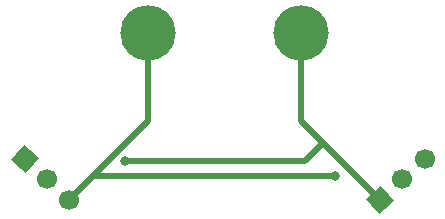
<source format=gbl>
%TF.GenerationSoftware,KiCad,Pcbnew,7.0.2*%
%TF.CreationDate,2023-10-29T21:04:39-05:00*%
%TF.ProjectId,Kraken_CAN,4b72616b-656e-45f4-9341-4e2e6b696361,rev?*%
%TF.SameCoordinates,Original*%
%TF.FileFunction,Copper,L2,Bot*%
%TF.FilePolarity,Positive*%
%FSLAX46Y46*%
G04 Gerber Fmt 4.6, Leading zero omitted, Abs format (unit mm)*
G04 Created by KiCad (PCBNEW 7.0.2) date 2023-10-29 21:04:39*
%MOMM*%
%LPD*%
G01*
G04 APERTURE LIST*
G04 Aperture macros list*
%AMHorizOval*
0 Thick line with rounded ends*
0 $1 width*
0 $2 $3 position (X,Y) of the first rounded end (center of the circle)*
0 $4 $5 position (X,Y) of the second rounded end (center of the circle)*
0 Add line between two ends*
20,1,$1,$2,$3,$4,$5,0*
0 Add two circle primitives to create the rounded ends*
1,1,$1,$2,$3*
1,1,$1,$4,$5*%
%AMRotRect*
0 Rectangle, with rotation*
0 The origin of the aperture is its center*
0 $1 length*
0 $2 width*
0 $3 Rotation angle, in degrees counterclockwise*
0 Add horizontal line*
21,1,$1,$2,0,0,$3*%
G04 Aperture macros list end*
%TA.AperFunction,ComponentPad*%
%ADD10C,4.700000*%
%TD*%
%TA.AperFunction,ComponentPad*%
%ADD11RotRect,1.700000X1.700000X227.500000*%
%TD*%
%TA.AperFunction,ComponentPad*%
%ADD12HorizOval,1.700000X0.000000X0.000000X0.000000X0.000000X0*%
%TD*%
%TA.AperFunction,ComponentPad*%
%ADD13RotRect,1.700000X1.700000X312.500000*%
%TD*%
%TA.AperFunction,ComponentPad*%
%ADD14HorizOval,1.700000X0.000000X0.000000X0.000000X0.000000X0*%
%TD*%
%TA.AperFunction,ViaPad*%
%ADD15C,0.800000*%
%TD*%
%TA.AperFunction,Conductor*%
%ADD16C,0.500000*%
%TD*%
G04 APERTURE END LIST*
D10*
%TO.P,J3,1,Pin_1*%
%TO.N,/can_l*%
X145754792Y-78031589D03*
%TD*%
%TO.P,J4,1,Pin_1*%
%TO.N,/can_h*%
X132754792Y-78031471D03*
%TD*%
D11*
%TO.P,J1,1,Pin_1*%
%TO.N,/can_l*%
X122333685Y-88743347D03*
D12*
%TO.P,J1,2,Pin_2*%
%TO.N,unconnected-(J1-Pin_2-Pad2)*%
X124206369Y-90459346D03*
%TO.P,J1,3,Pin_3*%
%TO.N,/can_h*%
X126079054Y-92175345D03*
%TD*%
D13*
%TO.P,J2,1,Pin_1*%
%TO.N,/can_l*%
X152430466Y-92175501D03*
D14*
%TO.P,J2,2,Pin_2*%
%TO.N,unconnected-(J2-Pin_2-Pad2)*%
X154303150Y-90459502D03*
%TO.P,J2,3,Pin_3*%
%TO.N,/can_h*%
X156175835Y-88743503D03*
%TD*%
D15*
%TO.N,/can_l*%
X130810000Y-88900000D03*
%TO.N,/can_h*%
X148590000Y-90170000D03*
%TD*%
D16*
%TO.N,/can_l*%
X130810000Y-88900000D02*
X146050000Y-88900000D01*
X146050000Y-88900000D02*
X147602483Y-87347517D01*
X145754792Y-85499827D02*
X147602483Y-87347517D01*
X147602483Y-87347517D02*
X152430466Y-92175501D01*
X145754792Y-78031589D02*
X145754792Y-85499827D01*
%TO.N,/can_h*%
X132754792Y-78031471D02*
X132754792Y-85499607D01*
X128084398Y-90170000D02*
X127859699Y-90394699D01*
X148590000Y-90170000D02*
X128084398Y-90170000D01*
X127859699Y-90394699D02*
X126079054Y-92175345D01*
X132754792Y-85499607D02*
X127859699Y-90394699D01*
%TD*%
M02*

</source>
